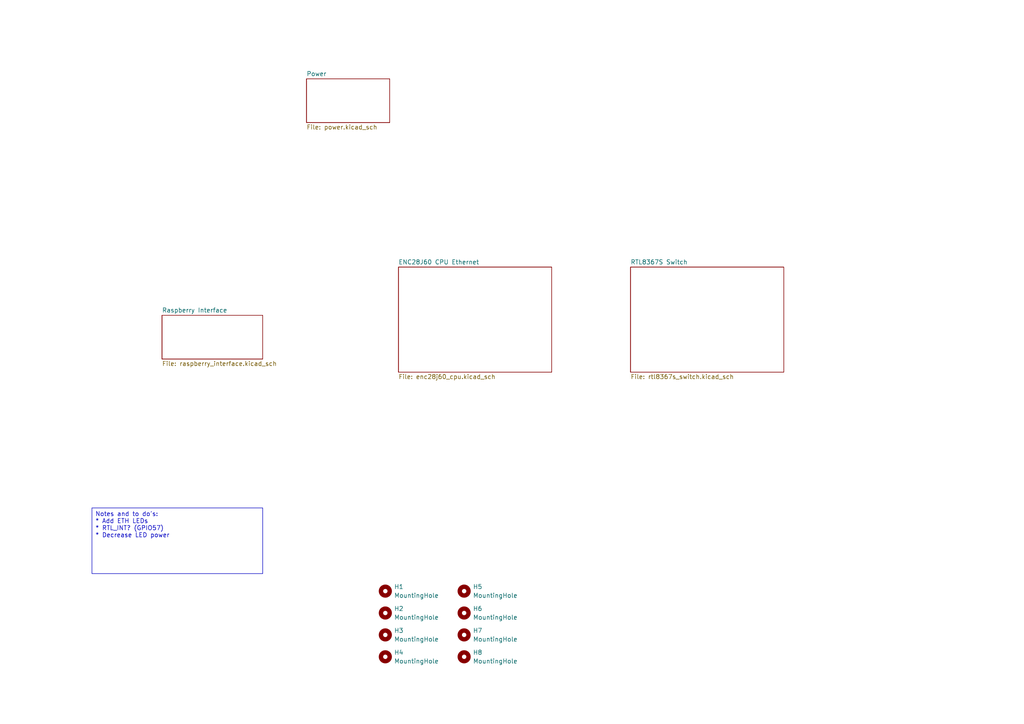
<source format=kicad_sch>
(kicad_sch (version 20231120) (generator "eeschema") (generator_version "8.0")
  (paper "A4")
  (title_block (title "Raspberry Pi 4 Port Gigabit Managed Switch") (date "2025-03-03") (rev "B") (company "Albrecht Lohofener") (comment 1 "MCU or Linux controllable over SMI"))
  (lib_symbols
    (symbol "Mechanical:MountingHole" (pin_names (offset 1.016)) (exclude_from_sim yes) (in_bom no)
      (property "Reference" "H" (at 0 5.08 0))
      (property "Value" "MountingHole" (at 0 3.175 0))
      (symbol "MountingHole_0_1"
        (circle (center 0 0) (radius 1.27) (stroke (width 1.27)))
      )
    )
  )
  (text_box "Notes and to do's:\n* Add ETH LEDs\n* RTL_INT? (GPIO57)\n* Decrease LED power\n" (at 26.67 147.32 0) (size 49.53 19.05) (effects (font (size 1.27 1.27)) (justify left top)))
  (symbol (lib_id "Mechanical:MountingHole") (at 111.76 184.15 0) (unit 1) (exclude_from_sim yes)
    (property "Reference" "H3" (at 114.3 182.8799 0) (effects (justify left)))
    (property "Value" "MountingHole" (at 114.3 185.4199 0) (effects (justify left)))
    (property "Footprint" "Library:screw_hole" (effects (hide yes)))
    (property "Description" "Mounting Hole without connection" (effects (hide yes)))
  )
  (symbol (lib_id "Mechanical:MountingHole") (at 134.62 171.45 0) (unit 1) (exclude_from_sim yes)
    (property "Reference" "H5" (at 137.16 170.1799 0) (effects (justify left)))
    (property "Value" "MountingHole" (at 137.16 172.7199 0) (effects (justify left)))
    (property "Footprint" "Library:screw_hole" (effects (hide yes)))
    (property "Description" "Mounting Hole without connection" (effects (hide yes)))
  )
  (symbol (lib_id "Mechanical:MountingHole") (at 111.76 190.5 0) (unit 1) (exclude_from_sim yes)
    (property "Reference" "H4" (at 114.3 189.2299 0) (effects (justify left)))
    (property "Value" "MountingHole" (at 114.3 191.7699 0) (effects (justify left)))
    (property "Footprint" "Library:screw_hole" (effects (hide yes)))
    (property "Description" "Mounting Hole without connection" (effects (hide yes)))
  )
  (symbol (lib_id "Mechanical:MountingHole") (at 111.76 177.8 0) (unit 1) (exclude_from_sim yes)
    (property "Reference" "H2" (at 114.3 176.5299 0) (effects (justify left)))
    (property "Value" "MountingHole" (at 114.3 179.0699 0) (effects (justify left)))
    (property "Footprint" "Library:screw_hole" (effects (hide yes)))
    (property "Description" "Mounting Hole without connection" (effects (hide yes)))
  )
  (symbol (lib_id "Mechanical:MountingHole") (at 134.62 190.5 0) (unit 1) (exclude_from_sim yes)
    (property "Reference" "H8" (at 137.16 189.2299 0) (effects (justify left)))
    (property "Value" "MountingHole" (at 137.16 191.7699 0) (effects (justify left)))
    (property "Footprint" "Library:screw_hole" (effects (hide yes)))
    (property "Description" "Mounting Hole without connection" (effects (hide yes)))
  )
  (symbol (lib_id "Mechanical:MountingHole") (at 111.76 171.45 0) (unit 1) (exclude_from_sim yes)
    (property "Reference" "H1" (at 114.3 170.1799 0) (effects (justify left)))
    (property "Value" "MountingHole" (at 114.3 172.7199 0) (effects (justify left)))
    (property "Footprint" "Library:screw_hole" (effects (hide yes)))
    (property "Description" "Mounting Hole without connection" (effects (hide yes)))
  )
  (symbol (lib_id "Mechanical:MountingHole") (at 134.62 184.15 0) (unit 1) (exclude_from_sim yes)
    (property "Reference" "H7" (at 137.16 182.8799 0) (effects (justify left)))
    (property "Value" "MountingHole" (at 137.16 185.4199 0) (effects (justify left)))
    (property "Footprint" "Library:screw_hole" (effects (hide yes)))
    (property "Description" "Mounting Hole without connection" (effects (hide yes)))
  )
  (symbol (lib_id "Mechanical:MountingHole") (at 134.62 177.8 0) (unit 1) (exclude_from_sim yes)
    (property "Reference" "H6" (at 137.16 176.5299 0) (effects (justify left)))
    (property "Value" "MountingHole" (at 137.16 179.0699 0) (effects (justify left)))
    (property "Footprint" "Library:screw_hole" (effects (hide yes)))
    (property "Description" "Mounting Hole without connection" (effects (hide yes)))
  )
  (sheet (at 115.57 77.47) (size 44.45 30.48) (stroke (width 0.1524))
    (property "Sheetname" "ENC28J60 CPU Ethernet" (at 115.57 76.7584 0) (effects (justify left bottom)))
    (property "Sheetfile" "enc28j60_cpu.kicad_sch" (at 115.57 108.5346 0) (effects (justify left top)))
  )
  (sheet (at 46.99 91.44) (size 29.21 12.7) (stroke (width 0.1524))
    (property "Sheetname" "Raspberry Interface" (at 46.99 90.7284 0) (effects (justify left bottom)))
    (property "Sheetfile" "raspberry_interface.kicad_sch" (at 46.99 104.7246 0) (effects (justify left top)))
  )
  (sheet (at 88.9 22.86) (size 24.13 12.7) (stroke (width 0.1524))
    (property "Sheetname" "Power" (at 88.9 22.1484 0) (effects (justify left bottom)))
    (property "Sheetfile" "power.kicad_sch" (at 88.9 36.1446 0) (effects (justify left top)))
  )
  (sheet (at 182.88 77.47) (size 44.45 30.48) (stroke (width 0.1524))
    (property "Sheetname" "RTL8367S Switch" (at 182.88 76.7584 0) (effects (justify left bottom)))
    (property "Sheetfile" "rtl8367s_switch.kicad_sch" (at 182.88 108.5346 0) (effects (justify left top)))
  )
)
</source>
